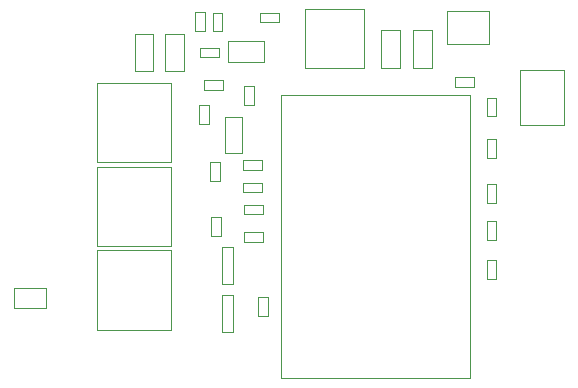
<source format=gbr>
%TF.GenerationSoftware,Altium Limited,Altium Designer,20.1.8 (145)*%
G04 Layer_Color=16711935*
%FSLAX45Y45*%
%MOMM*%
%TF.SameCoordinates,D4C556C9-1411-47D8-9651-3FCF20F6754B*%
%TF.FilePolarity,Positive*%
%TF.FileFunction,Other,Top_Component_Outline*%
%TF.Part,Single*%
G01*
G75*
%TA.AperFunction,NonConductor*%
%ADD49C,0.10000*%
%ADD52C,0.10160*%
D49*
X2030398Y2939380D02*
X2110398D01*
Y3099380D01*
X2030398Y2939380D02*
Y3099380D01*
X2110398D01*
X1920328Y2721849D02*
X2080328D01*
X1920328Y2801849D02*
X2080328D01*
Y2721849D02*
Y2801849D01*
X1920328Y2721849D02*
Y2801849D01*
X1880322Y2940384D02*
Y3100384D01*
X1960322Y2940384D02*
Y3100384D01*
X1880322Y2940384D02*
X1960322D01*
X1880322Y3100384D02*
X1960322D01*
X4348613Y1868900D02*
Y2028900D01*
X4428613Y1868900D02*
Y2028900D01*
X4348613Y1868900D02*
X4428613D01*
X4348613Y2028900D02*
X4428613D01*
X4348613Y1485745D02*
Y1645745D01*
X4428613Y1485745D02*
Y1645745D01*
X4348613Y1485745D02*
X4428613D01*
X4348613Y1645745D02*
X4428613D01*
X4348613Y2219578D02*
Y2379579D01*
X4428613Y2219578D02*
Y2379579D01*
X4348613Y2219578D02*
X4428613D01*
X4348613Y2379579D02*
X4428613D01*
X4428680Y846620D02*
Y1006620D01*
X4348680Y846620D02*
Y1006620D01*
X4428680D01*
X4348680Y846620D02*
X4428680D01*
X4428613Y1176600D02*
Y1336600D01*
X4348613Y1176600D02*
Y1336600D01*
X4428613D01*
X4348613Y1176600D02*
X4428613D01*
X2282900Y1850011D02*
X2442900D01*
X2282900Y1770011D02*
X2442900D01*
X2282900D02*
Y1850011D01*
X2442900Y1770011D02*
Y1850011D01*
X2284704Y1659136D02*
X2444705D01*
X2284704Y1579136D02*
X2444705D01*
X2284704D02*
Y1659136D01*
X2444705Y1579136D02*
Y1659136D01*
X2376817Y2318694D02*
Y2478694D01*
X2296817Y2318694D02*
Y2478694D01*
X2376817D01*
X2296817Y2318694D02*
X2376817D01*
X1957123Y2444542D02*
X2117124D01*
X1957123Y2524542D02*
X2117124D01*
Y2444542D02*
Y2524542D01*
X1957123Y2444542D02*
Y2524542D01*
X1994583Y2158694D02*
Y2318694D01*
X1914583Y2158694D02*
Y2318694D01*
X1994583D01*
X1914583Y2158694D02*
X1994583D01*
X2293852Y1473340D02*
X2453852D01*
X2293852Y1393340D02*
X2453852D01*
X2293852D02*
Y1473340D01*
X2453852Y1393340D02*
Y1473340D01*
X2090518Y1671133D02*
Y1831133D01*
X2010517Y1671133D02*
Y1831133D01*
X2090518D01*
X2010517Y1671133D02*
X2090518D01*
X2495865Y530650D02*
Y690650D01*
X2415865Y530650D02*
Y690650D01*
X2495865D01*
X2415865Y530650D02*
X2495865D01*
X1051475Y410665D02*
Y1085665D01*
Y410665D02*
X1673475D01*
X1051475Y1085665D02*
X1673475D01*
Y410665D02*
Y1085665D01*
X1051475Y1118310D02*
Y1793310D01*
Y1118310D02*
X1673475D01*
X1051475Y1793310D02*
X1673475D01*
Y1118310D02*
Y1793310D01*
X1051475Y1831035D02*
Y2506035D01*
Y1831035D02*
X1673475D01*
X1051475Y2506035D02*
X1673475D01*
Y1831035D02*
Y2506035D01*
X2433879Y3018550D02*
Y3098550D01*
Y3018550D02*
X2593879D01*
X2433879Y3098550D02*
X2593879D01*
Y3018550D02*
Y3098550D01*
X2455038Y1160416D02*
Y1240415D01*
X2295038D02*
X2455038D01*
X2295038Y1160416D02*
X2455038D01*
X2295038D02*
Y1240415D01*
X2018138Y1368861D02*
X2098138D01*
X2018138Y1208860D02*
Y1368861D01*
X2098138Y1208860D02*
Y1368861D01*
X2018138Y1208860D02*
X2098138D01*
X4084480Y2472284D02*
Y2552284D01*
Y2472284D02*
X4244480D01*
X4084480Y2552284D02*
X4244480D01*
Y2472284D02*
Y2552284D01*
X2155171Y2856929D02*
X2465171D01*
X2155171Y2676929D02*
X2465171D01*
Y2856929D01*
X2155171Y2676929D02*
Y2856929D01*
X350409Y767174D02*
X620409D01*
X350409Y597174D02*
X620409D01*
Y767174D01*
X350409Y597174D02*
Y767174D01*
X2136824Y1911001D02*
X2276823D01*
X2136824Y2211001D02*
X2276823D01*
Y1911001D02*
Y2211001D01*
X2136824Y1911001D02*
Y2211001D01*
D52*
X1624360Y2920438D02*
X1784360D01*
X1624360Y2600438D02*
Y2920438D01*
Y2600438D02*
X1784360D01*
Y2920438D01*
X3726335Y2629594D02*
X3886335D01*
Y2949594D01*
X3726335D02*
X3886335D01*
X3726335Y2629594D02*
Y2949594D01*
X3456710Y2629594D02*
X3616710D01*
Y2949594D01*
X3456710D02*
X3616710D01*
X3456710Y2629594D02*
Y2949594D01*
X1367828Y2920438D02*
X1527828D01*
X1367828Y2600438D02*
Y2920438D01*
Y2600438D02*
X1527828D01*
Y2920438D01*
X2112538Y803265D02*
Y1113264D01*
Y803265D02*
X2202538D01*
Y1113264D01*
X2112538D02*
X2202538D01*
X2112538Y398520D02*
Y708520D01*
Y398520D02*
X2202538D01*
Y708520D01*
X2112538D02*
X2202538D01*
X4211115Y3660D02*
Y2403660D01*
X2611115D02*
X4211115D01*
X2611115Y3660D02*
Y2403660D01*
Y3660D02*
X4211115D01*
X2814344Y3126520D02*
X3314344D01*
Y2626520D02*
Y3126520D01*
X2814344Y2626520D02*
X3314344D01*
X2814344D02*
Y3126520D01*
X4630569Y2145011D02*
X5000003D01*
Y2615005D01*
X4630569D02*
X5000003D01*
X4630569Y2145011D02*
Y2615005D01*
X4016346Y2829034D02*
Y3109034D01*
X4366346D01*
Y2829034D02*
Y3109034D01*
X4016346Y2829034D02*
X4366346D01*
%TF.MD5,5ed16e9154ae6d65b806db9bdb1f2ed3*%
M02*

</source>
